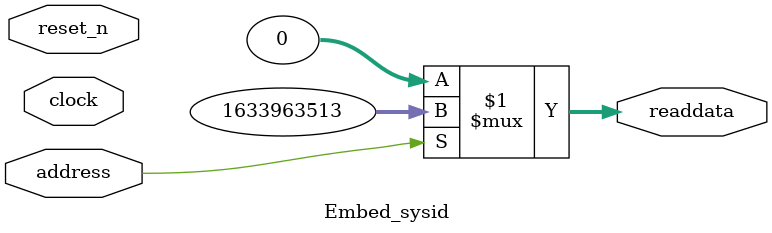
<source format=v>



// synthesis translate_off
`timescale 1ns / 1ps
// synthesis translate_on

// turn off superfluous verilog processor warnings 
// altera message_level Level1 
// altera message_off 10034 10035 10036 10037 10230 10240 10030 

module Embed_sysid (
               // inputs:
                address,
                clock,
                reset_n,

               // outputs:
                readdata
             )
;

  output  [ 31: 0] readdata;
  input            address;
  input            clock;
  input            reset_n;

  wire    [ 31: 0] readdata;
  //control_slave, which is an e_avalon_slave
  assign readdata = address ? 1633963513 : 0;

endmodule



</source>
